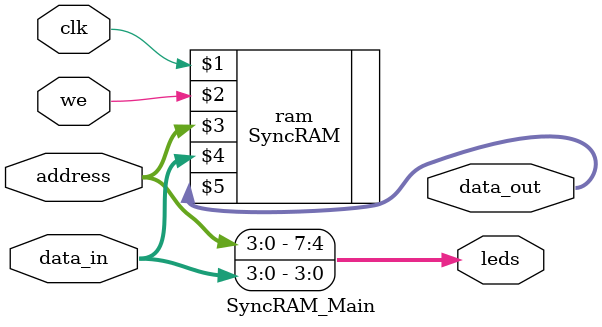
<source format=v>
`timescale 1ns / 1ps

module SyncRAM_Main(
	input clk,
	input we,
	input [3:0] address,
	input [3:0] data_in,
	output [3:0] data_out,
	output reg [7:0] leds
   );
	
	always @ (data_in)
		leds[3:0] = data_in;
	
	always @ (address)
		leds[7:4] = address;
	
	SyncRAM ram(clk, we, address, data_in, data_out);

endmodule

</source>
